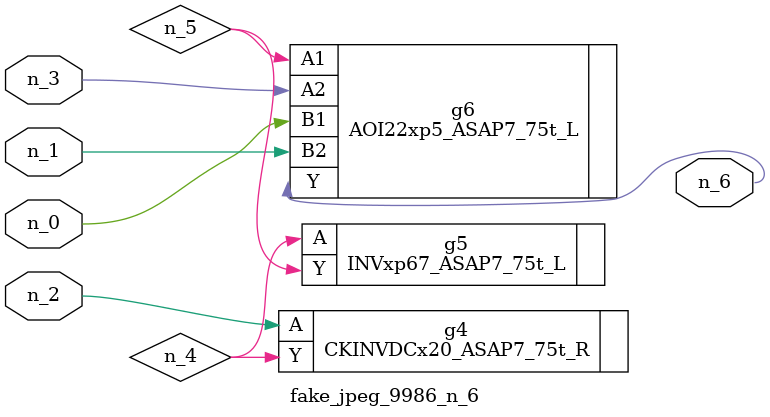
<source format=v>
module fake_jpeg_9986_n_6 (n_0, n_3, n_2, n_1, n_6);

input n_0;
input n_3;
input n_2;
input n_1;

output n_6;

wire n_4;
wire n_5;

CKINVDCx20_ASAP7_75t_R g4 ( 
.A(n_2),
.Y(n_4)
);

INVxp67_ASAP7_75t_L g5 ( 
.A(n_4),
.Y(n_5)
);

AOI22xp5_ASAP7_75t_L g6 ( 
.A1(n_5),
.A2(n_3),
.B1(n_0),
.B2(n_1),
.Y(n_6)
);


endmodule
</source>
